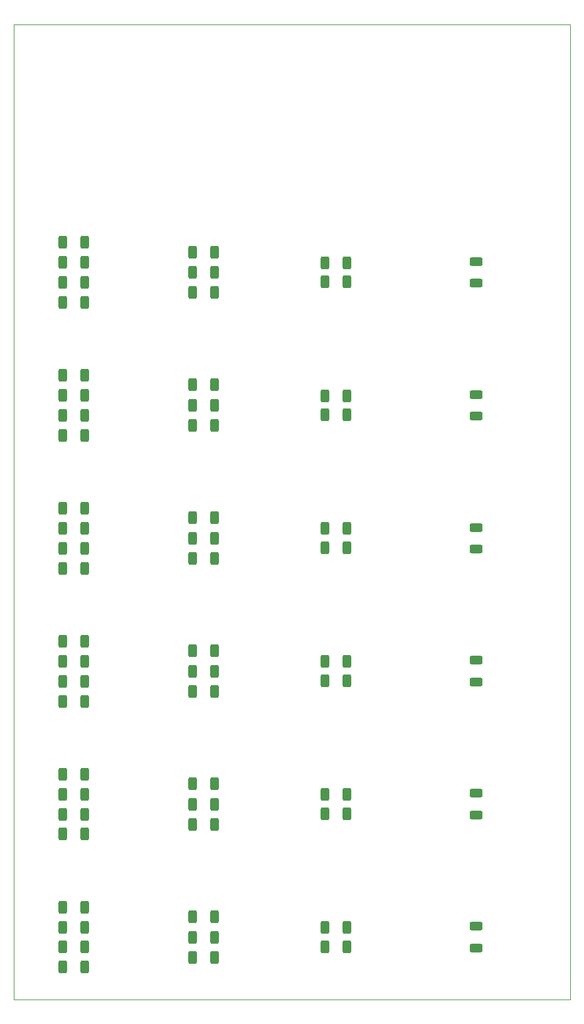
<source format=gbr>
%TF.GenerationSoftware,KiCad,Pcbnew,8.0.2*%
%TF.CreationDate,2024-08-18T00:41:24+05:30*%
%TF.ProjectId,DEC_R_BOX,4445435f-525f-4424-9f58-2e6b69636164,rev?*%
%TF.SameCoordinates,Original*%
%TF.FileFunction,Paste,Top*%
%TF.FilePolarity,Positive*%
%FSLAX46Y46*%
G04 Gerber Fmt 4.6, Leading zero omitted, Abs format (unit mm)*
G04 Created by KiCad (PCBNEW 8.0.2) date 2024-08-18 00:41:24*
%MOMM*%
%LPD*%
G01*
G04 APERTURE LIST*
G04 Aperture macros list*
%AMRoundRect*
0 Rectangle with rounded corners*
0 $1 Rounding radius*
0 $2 $3 $4 $5 $6 $7 $8 $9 X,Y pos of 4 corners*
0 Add a 4 corners polygon primitive as box body*
4,1,4,$2,$3,$4,$5,$6,$7,$8,$9,$2,$3,0*
0 Add four circle primitives for the rounded corners*
1,1,$1+$1,$2,$3*
1,1,$1+$1,$4,$5*
1,1,$1+$1,$6,$7*
1,1,$1+$1,$8,$9*
0 Add four rect primitives between the rounded corners*
20,1,$1+$1,$2,$3,$4,$5,0*
20,1,$1+$1,$4,$5,$6,$7,0*
20,1,$1+$1,$6,$7,$8,$9,0*
20,1,$1+$1,$8,$9,$2,$3,0*%
G04 Aperture macros list end*
%ADD10RoundRect,0.250000X-0.312500X-0.625000X0.312500X-0.625000X0.312500X0.625000X-0.312500X0.625000X0*%
%ADD11RoundRect,0.250000X0.625000X-0.312500X0.625000X0.312500X-0.625000X0.312500X-0.625000X-0.312500X0*%
%TA.AperFunction,Profile*%
%ADD12C,0.050000*%
%TD*%
G04 APERTURE END LIST*
D10*
%TO.C,R34*%
X83437500Y-115958400D03*
X86362500Y-115958400D03*
%TD*%
%TO.C,R30*%
X48037500Y-103367600D03*
X50962500Y-103367600D03*
%TD*%
%TO.C,R56*%
X48037500Y-154490000D03*
X50962500Y-154490000D03*
%TD*%
%TO.C,R5*%
X65537500Y-66186000D03*
X68462500Y-66186000D03*
%TD*%
%TO.C,R4*%
X65537500Y-63436000D03*
X68462500Y-63436000D03*
%TD*%
%TO.C,R3*%
X83437500Y-62136000D03*
X86362500Y-62136000D03*
%TD*%
D11*
%TO.C,R17*%
X103800000Y-82839300D03*
X103800000Y-79914300D03*
%TD*%
D10*
%TO.C,R18*%
X83437500Y-82676800D03*
X86362500Y-82676800D03*
%TD*%
%TO.C,R36*%
X48037500Y-118608400D03*
X50962500Y-118608400D03*
%TD*%
%TO.C,R41*%
X48037500Y-131149200D03*
X50962500Y-131149200D03*
%TD*%
%TO.C,R28*%
X83437500Y-100617600D03*
X86362500Y-100617600D03*
%TD*%
%TO.C,R32*%
X65537500Y-114508400D03*
X68462500Y-114508400D03*
%TD*%
%TO.C,R21*%
X48037500Y-95267600D03*
X50962500Y-95267600D03*
%TD*%
%TO.C,R51*%
X48037500Y-149090000D03*
X50962500Y-149090000D03*
%TD*%
%TO.C,R29*%
X65537500Y-102067600D03*
X68462500Y-102067600D03*
%TD*%
D11*
%TO.C,R47*%
X103800000Y-136661700D03*
X103800000Y-133736700D03*
%TD*%
D10*
%TO.C,R60*%
X48037500Y-157190000D03*
X50962500Y-157190000D03*
%TD*%
%TO.C,R38*%
X83437500Y-118558400D03*
X86362500Y-118558400D03*
%TD*%
%TO.C,R25*%
X65537500Y-99317600D03*
X68462500Y-99317600D03*
%TD*%
%TO.C,R40*%
X48037500Y-121308400D03*
X50962500Y-121308400D03*
%TD*%
%TO.C,R12*%
X65537500Y-78626800D03*
X68462500Y-78626800D03*
%TD*%
D11*
%TO.C,R37*%
X103800000Y-118720900D03*
X103800000Y-115795900D03*
%TD*%
D10*
%TO.C,R10*%
X48037500Y-59386000D03*
X50962500Y-59386000D03*
%TD*%
%TO.C,R2*%
X83437500Y-64736000D03*
X86362500Y-64736000D03*
%TD*%
%TO.C,R11*%
X48037500Y-77326800D03*
X50962500Y-77326800D03*
%TD*%
%TO.C,R35*%
X65537500Y-117258400D03*
X68462500Y-117258400D03*
%TD*%
%TO.C,R48*%
X83437500Y-136499200D03*
X86362500Y-136499200D03*
%TD*%
%TO.C,R7*%
X48037500Y-62086000D03*
X50962500Y-62086000D03*
%TD*%
%TO.C,R58*%
X83437500Y-154440000D03*
X86362500Y-154440000D03*
%TD*%
%TO.C,R53*%
X48037500Y-151790000D03*
X50962500Y-151790000D03*
%TD*%
%TO.C,R24*%
X83437500Y-98017600D03*
X86362500Y-98017600D03*
%TD*%
%TO.C,R49*%
X65537500Y-137949200D03*
X68462500Y-137949200D03*
%TD*%
%TO.C,R13*%
X48037500Y-80026800D03*
X50962500Y-80026800D03*
%TD*%
%TO.C,R45*%
X65537500Y-135199200D03*
X68462500Y-135199200D03*
%TD*%
D11*
%TO.C,R27*%
X103800000Y-100780100D03*
X103800000Y-97855100D03*
%TD*%
D10*
%TO.C,R54*%
X83437500Y-151840000D03*
X86362500Y-151840000D03*
%TD*%
%TO.C,R19*%
X65537500Y-84126800D03*
X68462500Y-84126800D03*
%TD*%
%TO.C,R46*%
X48037500Y-136549200D03*
X50962500Y-136549200D03*
%TD*%
%TO.C,R55*%
X65537500Y-153140000D03*
X68462500Y-153140000D03*
%TD*%
%TO.C,R31*%
X48037500Y-113208400D03*
X50962500Y-113208400D03*
%TD*%
%TO.C,R6*%
X65537500Y-60686000D03*
X68462500Y-60686000D03*
%TD*%
%TO.C,R8*%
X48037500Y-64786000D03*
X50962500Y-64786000D03*
%TD*%
D11*
%TO.C,R57*%
X103800000Y-154602500D03*
X103800000Y-151677500D03*
%TD*%
D10*
%TO.C,R44*%
X83437500Y-133899200D03*
X86362500Y-133899200D03*
%TD*%
%TO.C,R43*%
X48037500Y-133849200D03*
X50962500Y-133849200D03*
%TD*%
%TO.C,R14*%
X83437500Y-80076800D03*
X86362500Y-80076800D03*
%TD*%
%TO.C,R26*%
X48037500Y-100667600D03*
X50962500Y-100667600D03*
%TD*%
%TO.C,R59*%
X65537500Y-155890000D03*
X68462500Y-155890000D03*
%TD*%
%TO.C,R9*%
X48037500Y-67486000D03*
X50962500Y-67486000D03*
%TD*%
D11*
%TO.C,R1*%
X103800000Y-64898500D03*
X103800000Y-61973500D03*
%TD*%
D10*
%TO.C,R16*%
X48037500Y-82726800D03*
X50962500Y-82726800D03*
%TD*%
%TO.C,R22*%
X65537500Y-96567600D03*
X68462500Y-96567600D03*
%TD*%
%TO.C,R50*%
X48037500Y-139249200D03*
X50962500Y-139249200D03*
%TD*%
%TO.C,R20*%
X48037500Y-85426800D03*
X50962500Y-85426800D03*
%TD*%
%TO.C,R42*%
X65537500Y-132449200D03*
X68462500Y-132449200D03*
%TD*%
%TO.C,R33*%
X48037500Y-115908400D03*
X50962500Y-115908400D03*
%TD*%
%TO.C,R15*%
X65537500Y-81376800D03*
X68462500Y-81376800D03*
%TD*%
%TO.C,R52*%
X65537500Y-150390000D03*
X68462500Y-150390000D03*
%TD*%
%TO.C,R39*%
X65537500Y-120008400D03*
X68462500Y-120008400D03*
%TD*%
%TO.C,R23*%
X48037500Y-97967600D03*
X50962500Y-97967600D03*
%TD*%
D12*
X41450000Y-30000000D02*
X116475000Y-30000000D01*
X116475000Y-161550000D01*
X41450000Y-161550000D01*
X41450000Y-30000000D01*
M02*

</source>
